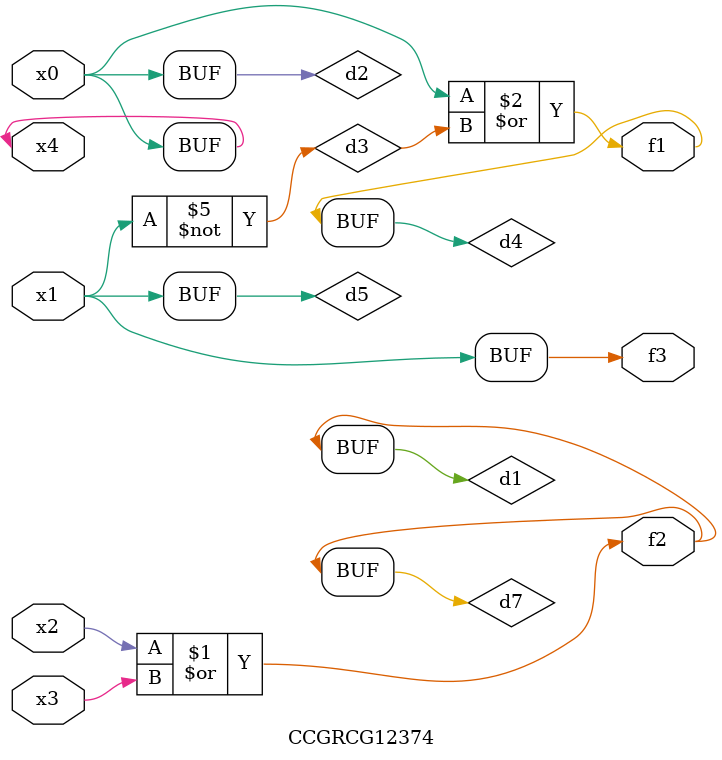
<source format=v>
module CCGRCG12374(
	input x0, x1, x2, x3, x4,
	output f1, f2, f3
);

	wire d1, d2, d3, d4, d5, d6, d7;

	or (d1, x2, x3);
	buf (d2, x0, x4);
	not (d3, x1);
	or (d4, d2, d3);
	not (d5, d3);
	nand (d6, d1, d3);
	or (d7, d1);
	assign f1 = d4;
	assign f2 = d7;
	assign f3 = d5;
endmodule

</source>
